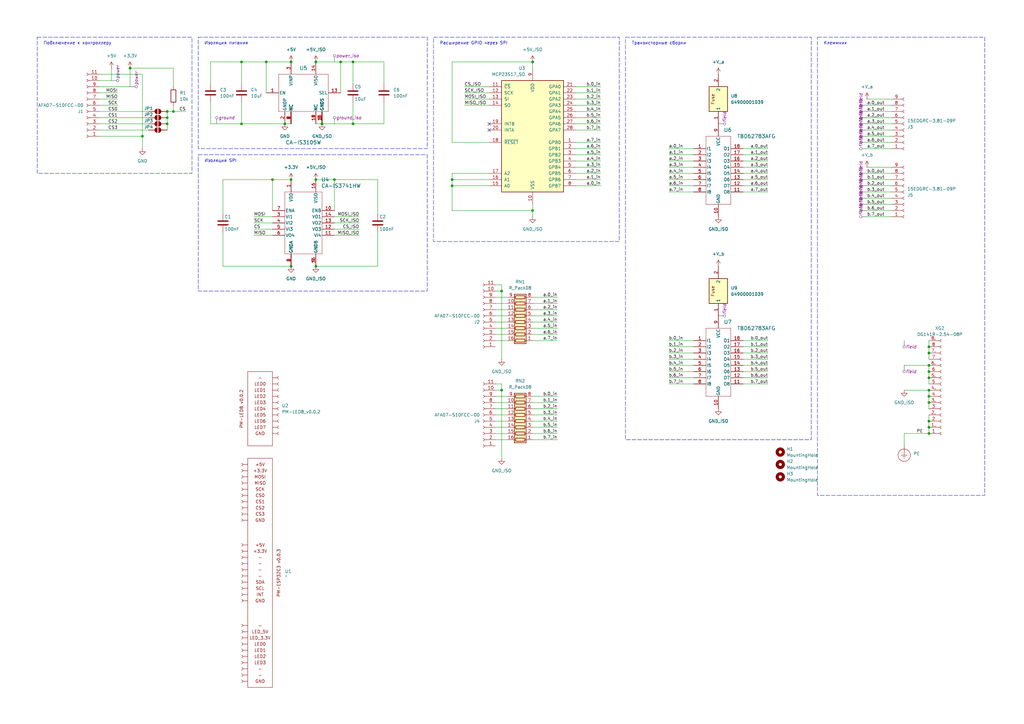
<source format=kicad_sch>
(kicad_sch (version 20231120) (generator "eeschema") (generator_version "8.0")
  (paper "A3")
  (title_block (title "${article} v${version}"))
  (junction (at 137.16 73.66))
  (junction (at 381 149.86))
  (junction (at 218.44 86.36))
  (junction (at 381 154.94))
  (junction (at 381 152.4))
  (junction (at 381 162.56))
  (junction (at 218.44 25.4))
  (junction (at 111.76 73.66))
  (junction (at 381 142.24))
  (junction (at 71.12 45.72))
  (junction (at 119.38 25.4))
  (junction (at 185.42 76.2))
  (junction (at 144.78 50.8))
  (junction (at 205.74 160.02))
  (junction (at 68.58 48.26))
  (junction (at 53.34 27.94))
  (junction (at 205.74 119.38))
  (junction (at 139.7 25.4))
  (junction (at 116.84 50.8))
  (junction (at 144.78 25.4))
  (junction (at 129.54 25.4))
  (junction (at 119.38 73.66))
  (junction (at 119.38 109.22))
  (junction (at 381 172.72))
  (junction (at 109.22 25.4))
  (junction (at 58.42 55.88))
  (junction (at 185.42 73.66))
  (junction (at 381 177.8))
  (junction (at 381 160.02))
  (junction (at 99.06 25.4))
  (junction (at 381 175.26))
  (junction (at 129.54 73.66))
  (junction (at 99.06 50.8))
  (junction (at 381 165.1))
  (junction (at 68.58 45.72))
  (junction (at 132.08 50.8))
  (junction (at 381 144.78))
  (junction (at 68.58 50.8))
  (junction (at 129.54 109.22))
  (no_connect (at 200.66 50.8))
  (no_connect (at 200.66 53.34))
  (wire (pts (xy 203.2 119.38) (xy 205.74 119.38)))
  (wire (pts (xy 381 152.4) (xy 381 154.94)))
  (wire (pts (xy 246.38 35.56) (xy 236.22 35.56)))
  (wire (pts (xy 246.38 38.1) (xy 236.22 38.1)))
  (wire (pts (xy 228.6 172.72) (xy 218.44 172.72)))
  (wire (pts (xy 86.36 34.29) (xy 86.36 25.4)))
  (wire (pts (xy 314.96 152.4) (xy 304.8 152.4)))
  (wire (pts (xy 355.6 83.82) (xy 365.76 83.82)))
  (wire (pts (xy 314.96 78.74) (xy 304.8 78.74)))
  (wire (pts (xy 208.28 167.64) (xy 203.2 167.64)))
  (wire (pts (xy 104.14 93.98) (xy 111.76 93.98)))
  (wire (pts (xy 40.64 38.1) (xy 48.26 38.1)))
  (wire (pts (xy 208.28 177.8) (xy 203.2 177.8)))
  (wire (pts (xy 381 149.86) (xy 381 152.4)))
  (wire (pts (xy 246.38 45.72) (xy 236.22 45.72)))
  (wire (pts (xy 137.16 96.52) (xy 147.32 96.52)))
  (wire (pts (xy 370.84 149.86) (xy 381 149.86)))
  (wire (pts (xy 208.28 180.34) (xy 203.2 180.34)))
  (wire (pts (xy 381 175.26) (xy 381 177.8)))
  (wire (pts (xy 185.42 25.4) (xy 218.44 25.4)))
  (wire (pts (xy 218.44 88.9) (xy 218.44 86.36)))
  (wire (pts (xy 246.38 66.04) (xy 236.22 66.04)))
  (wire (pts (xy 71.12 35.56) (xy 71.12 27.94)))
  (wire (pts (xy 228.6 127) (xy 218.44 127)))
  (wire (pts (xy 91.44 109.22) (xy 119.38 109.22)))
  (wire (pts (xy 104.14 91.44) (xy 111.76 91.44)))
  (wire (pts (xy 111.76 73.66) (xy 111.76 86.36)))
  (wire (pts (xy 104.14 96.52) (xy 111.76 96.52)))
  (wire (pts (xy 137.16 91.44) (xy 147.32 91.44)))
  (wire (pts (xy 99.06 34.29) (xy 99.06 25.4)))
  (wire (pts (xy 246.38 71.12) (xy 236.22 71.12)))
  (wire (pts (xy 381 162.56) (xy 381 165.1)))
  (wire (pts (xy 71.12 43.18) (xy 71.12 45.72)))
  (wire (pts (xy 119.38 73.66) (xy 111.76 73.66)))
  (wire (pts (xy 40.64 55.88) (xy 58.42 55.88)))
  (wire (pts (xy 274.32 152.4) (xy 284.48 152.4)))
  (wire (pts (xy 381 139.7) (xy 381 142.24)))
  (wire (pts (xy 71.12 45.72) (xy 76.2 45.72)))
  (wire (pts (xy 104.14 88.9) (xy 111.76 88.9)))
  (wire (pts (xy 228.6 129.54) (xy 218.44 129.54)))
  (wire (pts (xy 208.28 165.1) (xy 203.2 165.1)))
  (wire (pts (xy 355.6 76.2) (xy 365.76 76.2)))
  (wire (pts (xy 274.32 139.7) (xy 284.48 139.7)))
  (wire (pts (xy 246.38 50.8) (xy 236.22 50.8)))
  (wire (pts (xy 185.42 73.66) (xy 185.42 76.2)))
  (wire (pts (xy 157.48 50.8) (xy 144.78 50.8)))
  (wire (pts (xy 68.58 48.26) (xy 68.58 50.8)))
  (wire (pts (xy 40.64 53.34) (xy 60.96 53.34)))
  (wire (pts (xy 228.6 180.34) (xy 218.44 180.34)))
  (wire (pts (xy 205.74 116.84) (xy 203.2 116.84)))
  (wire (pts (xy 208.28 170.18) (xy 203.2 170.18)))
  (wire (pts (xy 40.64 45.72) (xy 60.96 45.72)))
  (wire (pts (xy 274.32 78.74) (xy 284.48 78.74)))
  (wire (pts (xy 208.28 175.26) (xy 203.2 175.26)))
  (wire (pts (xy 228.6 165.1) (xy 218.44 165.1)))
  (wire (pts (xy 99.06 41.91) (xy 99.06 50.8)))
  (wire (pts (xy 314.96 63.5) (xy 304.8 63.5)))
  (wire (pts (xy 109.22 25.4) (xy 119.38 25.4)))
  (wire (pts (xy 246.38 58.42) (xy 236.22 58.42)))
  (wire (pts (xy 314.96 157.48) (xy 304.8 157.48)))
  (wire (pts (xy 200.66 43.18) (xy 190.5 43.18)))
  (wire (pts (xy 139.7 38.1) (xy 139.7 25.4)))
  (wire (pts (xy 314.96 142.24) (xy 304.8 142.24)))
  (wire (pts (xy 86.36 50.8) (xy 99.06 50.8)))
  (wire (pts (xy 274.32 154.94) (xy 284.48 154.94)))
  (wire (pts (xy 200.66 58.42) (xy 185.42 58.42)))
  (wire (pts (xy 228.6 134.62) (xy 218.44 134.62)))
  (wire (pts (xy 246.38 53.34) (xy 236.22 53.34)))
  (wire (pts (xy 355.6 81.28) (xy 365.76 81.28)))
  (wire (pts (xy 91.44 95.25) (xy 91.44 109.22)))
  (wire (pts (xy 68.58 45.72) (xy 71.12 45.72)))
  (wire (pts (xy 314.96 154.94) (xy 304.8 154.94)))
  (wire (pts (xy 228.6 139.7) (xy 218.44 139.7)))
  (wire (pts (xy 116.84 50.8) (xy 119.38 50.8)))
  (wire (pts (xy 355.6 58.42) (xy 365.76 58.42)))
  (wire (pts (xy 205.74 116.84) (xy 205.74 119.38)))
  (wire (pts (xy 218.44 83.82) (xy 218.44 86.36)))
  (wire (pts (xy 144.78 25.4) (xy 139.7 25.4)))
  (wire (pts (xy 314.96 76.2) (xy 304.8 76.2)))
  (wire (pts (xy 355.6 55.88) (xy 365.76 55.88)))
  (wire (pts (xy 91.44 73.66) (xy 111.76 73.66)))
  (wire (pts (xy 246.38 40.64) (xy 236.22 40.64)))
  (wire (pts (xy 381 142.24) (xy 381 144.78)))
  (wire (pts (xy 314.96 139.7) (xy 304.8 139.7)))
  (wire (pts (xy 274.32 66.04) (xy 284.48 66.04)))
  (wire (pts (xy 381 144.78) (xy 381 147.32)))
  (wire (pts (xy 137.16 88.9) (xy 147.32 88.9)))
  (wire (pts (xy 246.38 43.18) (xy 236.22 43.18)))
  (wire (pts (xy 68.58 45.72) (xy 68.58 48.26)))
  (wire (pts (xy 68.58 50.8) (xy 68.58 53.34)))
  (wire (pts (xy 381 177.8) (xy 370.84 177.8)))
  (wire (pts (xy 185.42 73.66) (xy 200.66 73.66)))
  (wire (pts (xy 274.32 63.5) (xy 284.48 63.5)))
  (wire (pts (xy 314.96 73.66) (xy 304.8 73.66)))
  (wire (pts (xy 154.94 109.22) (xy 129.54 109.22)))
  (wire (pts (xy 355.6 68.58) (xy 365.76 68.58)))
  (wire (pts (xy 274.32 68.58) (xy 284.48 68.58)))
  (wire (pts (xy 185.42 76.2) (xy 185.42 86.36)))
  (wire (pts (xy 53.34 27.94) (xy 53.34 35.56)))
  (wire (pts (xy 355.6 71.12) (xy 365.76 71.12)))
  (wire (pts (xy 246.38 63.5) (xy 236.22 63.5)))
  (wire (pts (xy 314.96 144.78) (xy 304.8 144.78)))
  (wire (pts (xy 355.6 45.72) (xy 365.76 45.72)))
  (wire (pts (xy 71.12 27.94) (xy 53.34 27.94)))
  (wire (pts (xy 203.2 157.48) (xy 205.74 157.48)))
  (wire (pts (xy 40.64 30.48) (xy 58.42 30.48)))
  (wire (pts (xy 40.64 50.8) (xy 60.96 50.8)))
  (wire (pts (xy 109.22 38.1) (xy 109.22 25.4)))
  (wire (pts (xy 185.42 71.12) (xy 185.42 73.66)))
  (wire (pts (xy 200.66 71.12) (xy 185.42 71.12)))
  (wire (pts (xy 228.6 162.56) (xy 218.44 162.56)))
  (wire (pts (xy 99.06 25.4) (xy 109.22 25.4)))
  (wire (pts (xy 355.6 73.66) (xy 365.76 73.66)))
  (wire (pts (xy 246.38 76.2) (xy 236.22 76.2)))
  (wire (pts (xy 314.96 149.86) (xy 304.8 149.86)))
  (wire (pts (xy 381 154.94) (xy 381 157.48)))
  (wire (pts (xy 40.64 48.26) (xy 60.96 48.26)))
  (wire (pts (xy 154.94 95.25) (xy 154.94 109.22)))
  (wire (pts (xy 228.6 177.8) (xy 218.44 177.8)))
  (wire (pts (xy 200.66 35.56) (xy 190.5 35.56)))
  (wire (pts (xy 208.28 137.16) (xy 203.2 137.16)))
  (wire (pts (xy 157.48 41.91) (xy 157.48 50.8)))
  (wire (pts (xy 137.16 73.66) (xy 129.54 73.66)))
  (wire (pts (xy 314.96 60.96) (xy 304.8 60.96)))
  (wire (pts (xy 228.6 124.46) (xy 218.44 124.46)))
  (wire (pts (xy 58.42 55.88) (xy 58.42 60.96)))
  (wire (pts (xy 228.6 175.26) (xy 218.44 175.26)))
  (wire (pts (xy 208.28 129.54) (xy 203.2 129.54)))
  (wire (pts (xy 208.28 139.7) (xy 203.2 139.7)))
  (wire (pts (xy 208.28 134.62) (xy 203.2 134.62)))
  (wire (pts (xy 40.64 33.02) (xy 45.72 33.02)))
  (wire (pts (xy 144.78 34.29) (xy 144.78 25.4)))
  (wire (pts (xy 314.96 66.04) (xy 304.8 66.04)))
  (wire (pts (xy 137.16 86.36) (xy 137.16 73.66)))
  (wire (pts (xy 185.42 58.42) (xy 185.42 25.4)))
  (wire (pts (xy 205.74 119.38) (xy 205.74 147.32)))
  (wire (pts (xy 274.32 142.24) (xy 284.48 142.24)))
  (wire (pts (xy 208.28 127) (xy 203.2 127)))
  (wire (pts (xy 144.78 41.91) (xy 144.78 50.8)))
  (wire (pts (xy 246.38 60.96) (xy 236.22 60.96)))
  (wire (pts (xy 208.28 172.72) (xy 203.2 172.72)))
  (wire (pts (xy 274.32 60.96) (xy 284.48 60.96)))
  (wire (pts (xy 86.36 25.4) (xy 99.06 25.4)))
  (wire (pts (xy 228.6 170.18) (xy 218.44 170.18)))
  (wire (pts (xy 274.32 144.78) (xy 284.48 144.78)))
  (wire (pts (xy 314.96 71.12) (xy 304.8 71.12)))
  (wire (pts (xy 355.6 43.18) (xy 365.76 43.18)))
  (wire (pts (xy 314.96 68.58) (xy 304.8 68.58)))
  (wire (pts (xy 381 160.02) (xy 381 162.56)))
  (wire (pts (xy 208.28 132.08) (xy 203.2 132.08)))
  (wire (pts (xy 246.38 48.26) (xy 236.22 48.26)))
  (wire (pts (xy 144.78 50.8) (xy 132.08 50.8)))
  (wire (pts (xy 203.2 160.02) (xy 205.74 160.02)))
  (wire (pts (xy 274.32 73.66) (xy 284.48 73.66)))
  (wire (pts (xy 99.06 50.8) (xy 116.84 50.8)))
  (wire (pts (xy 274.32 149.86) (xy 284.48 149.86)))
  (wire (pts (xy 274.32 76.2) (xy 284.48 76.2)))
  (wire (pts (xy 355.6 88.9) (xy 365.76 88.9)))
  (wire (pts (xy 154.94 87.63) (xy 154.94 73.66)))
  (wire (pts (xy 274.32 147.32) (xy 284.48 147.32)))
  (wire (pts (xy 228.6 167.64) (xy 218.44 167.64)))
  (wire (pts (xy 274.32 157.48) (xy 284.48 157.48)))
  (wire (pts (xy 185.42 76.2) (xy 200.66 76.2)))
  (wire (pts (xy 228.6 132.08) (xy 218.44 132.08)))
  (wire (pts (xy 355.6 53.34) (xy 365.76 53.34)))
  (wire (pts (xy 45.72 27.94) (xy 45.72 33.02)))
  (wire (pts (xy 355.6 86.36) (xy 365.76 86.36)))
  (wire (pts (xy 91.44 87.63) (xy 91.44 73.66)))
  (wire (pts (xy 355.6 50.8) (xy 365.76 50.8)))
  (wire (pts (xy 40.64 40.64) (xy 48.26 40.64)))
  (wire (pts (xy 208.28 124.46) (xy 203.2 124.46)))
  (wire (pts (xy 228.6 121.92) (xy 218.44 121.92)))
  (wire (pts (xy 200.66 38.1) (xy 190.5 38.1)))
  (wire (pts (xy 205.74 157.48) (xy 205.74 160.02)))
  (wire (pts (xy 274.32 71.12) (xy 284.48 71.12)))
  (wire (pts (xy 208.28 121.92) (xy 203.2 121.92)))
  (wire (pts (xy 139.7 25.4) (xy 129.54 25.4)))
  (wire (pts (xy 218.44 25.4) (xy 218.44 27.94)))
  (wire (pts (xy 381 170.18) (xy 381 172.72)))
  (wire (pts (xy 154.94 73.66) (xy 137.16 73.66)))
  (wire (pts (xy 218.44 86.36) (xy 185.42 86.36)))
  (wire (pts (xy 86.36 41.91) (xy 86.36 50.8)))
  (wire (pts (xy 355.6 78.74) (xy 365.76 78.74)))
  (wire (pts (xy 205.74 160.02) (xy 205.74 187.96)))
  (wire (pts (xy 228.6 137.16) (xy 218.44 137.16)))
  (wire (pts (xy 314.96 147.32) (xy 304.8 147.32)))
  (wire (pts (xy 355.6 60.96) (xy 365.76 60.96)))
  (wire (pts (xy 381 165.1) (xy 381 167.64)))
  (wire (pts (xy 208.28 162.56) (xy 203.2 162.56)))
  (wire (pts (xy 381 172.72) (xy 381 175.26)))
  (wire (pts (xy 246.38 73.66) (xy 236.22 73.66)))
  (wire (pts (xy 370.84 160.02) (xy 381 160.02)))
  (wire (pts (xy 129.54 50.8) (xy 132.08 50.8)))
  (wire (pts (xy 355.6 40.64) (xy 365.76 40.64)))
  (wire (pts (xy 137.16 93.98) (xy 147.32 93.98)))
  (wire (pts (xy 157.48 34.29) (xy 157.48 25.4)))
  (wire (pts (xy 246.38 68.58) (xy 236.22 68.58)))
  (wire (pts (xy 355.6 48.26) (xy 365.76 48.26)))
  (wire (pts (xy 40.64 35.56) (xy 53.34 35.56)))
  (wire (pts (xy 157.48 25.4) (xy 144.78 25.4)))
  (wire (pts (xy 200.66 40.64) (xy 190.5 40.64)))
  (wire (pts (xy 40.64 43.18) (xy 48.26 43.18)))
  (wire (pts (xy 58.42 30.48) (xy 58.42 55.88)))
  (wire (pts (xy 370.84 177.8) (xy 370.84 182.88)))
  (rectangle (start 335.28 15.24) (end 403.86 203.2) (stroke (width 0) (type dash)))
  (rectangle (start 256.54 15.24) (end 332.74 180.34) (stroke (width 0) (type dash)))
  (rectangle (start 81.28 15.24) (end 175.26 60.96) (stroke (width 0) (type dash)))
  (rectangle (start 177.8 15.24) (end 254 99.06) (stroke (width 0) (type dash)))
  (rectangle (start 15.24 15.24) (end 78.74 71.12) (stroke (width 0) (type dash)))
  (rectangle (start 81.28 63.5) (end 175.26 119.38) (stroke (width 0) (type dash)))
  (text "Изоляция SPI" (at 83.82 66.04 0) (effects (font (size 1.27 1.27)) (justify left)))
  (text "Расширение GPIO через SPI" (at 180.34 17.78 0) (effects (font (size 1.27 1.27)) (justify left)))
  (text "Подключение к контроллеру" (at 17.78 17.78 0) (effects (font (size 1.27 1.27)) (justify left)))
  (text "Транзисторные сборки" (at 259.08 17.78 0) (effects (font (size 1.27 1.27)) (justify left)))
  (text "Клеммник" (at 337.82 17.78 0) (effects (font (size 1.27 1.27)) (justify left)))
  (text "Изоляция питания" (at 83.82 17.78 0) (effects (font (size 1.27 1.27)) (justify left)))
  (label "b.6_out" (at 355.6 86.36 0))
  (label "a.0_out" (at 314.96 60.96 180))
  (label "b.6_out" (at 314.96 154.94 180))
  (label "b.4_out" (at 355.6 81.28 0))
  (label "a.5_out" (at 314.96 73.66 180))
  (label "MOSI_ISO" (at 147.32 88.9 180))
  (label "a.7_out" (at 314.96 78.74 180))
  (label "b.0_in" (at 274.32 139.7 0))
  (label "MISO_ISO" (at 147.32 96.52 180))
  (label "a.1_in" (at 228.6 124.46 180))
  (label "b.4_in" (at 274.32 149.86 0))
  (label "b.1_in" (at 274.32 142.24 0))
  (label "a.4_in" (at 246.38 66.04 180))
  (label "MOSI" (at 48.26 38.1 180))
  (label "CS" (at 76.2 45.72 180))
  (label "b.6_in" (at 246.38 50.8 180))
  (label "a.4_in" (at 274.32 71.12 0))
  (label "b.3_out" (at 314.96 147.32 180))
  (label "a.7_in" (at 274.32 78.74 0))
  (label "a.2_out" (at 355.6 48.26 0))
  (label "a.6_out" (at 355.6 58.42 0))
  (label "a.7_in" (at 246.38 58.42 180))
  (label "a.4_out" (at 314.96 71.12 180))
  (label "b.6_in" (at 228.6 177.8 180))
  (label "b.3_in" (at 228.6 170.18 180))
  (label "b.7_out" (at 314.96 157.48 180))
  (label "a.3_in" (at 274.32 68.58 0))
  (label "MOSI" (at 104.14 88.9 0))
  (label "b.0_out" (at 355.6 71.12 0))
  (label "a.5_out" (at 355.6 55.88 0))
  (label "b.4_in" (at 246.38 45.72 180))
  (label "a.0_in" (at 246.38 76.2 180))
  (label "b.4_out" (at 314.96 149.86 180))
  (label "PE" (at 375.92 177.8 0))
  (label "CS3" (at 48.26 53.34 180))
  (label "b.4_in" (at 228.6 172.72 180))
  (label "b.3_in" (at 246.38 43.18 180))
  (label "a.2_in" (at 246.38 71.12 180))
  (label "b.2_out" (at 355.6 76.2 0))
  (label "SCK_ISO" (at 147.32 91.44 180))
  (label "MISO" (at 48.26 40.64 180))
  (label "CS2" (at 48.26 50.8 180))
  (label "b.0_in" (at 246.38 35.56 180))
  (label "a.0_out" (at 355.6 43.18 0))
  (label "b.1_in" (at 246.38 38.1 180))
  (label "a.6_in" (at 274.32 76.2 0))
  (label "a.2_in" (at 228.6 127 180))
  (label "a.3_in" (at 228.6 129.54 180))
  (label "a.1_in" (at 274.32 63.5 0))
  (label "a.6_in" (at 228.6 137.16 180))
  (label "a.2_out" (at 314.96 66.04 180))
  (label "CS" (at 104.14 93.98 0))
  (label "a.5_in" (at 274.32 73.66 0))
  (label "b.0_in" (at 228.6 162.56 180))
  (label "a.3_out" (at 314.96 68.58 180))
  (label "a.5_in" (at 228.6 134.62 180))
  (label "CS0" (at 48.26 45.72 180))
  (label "a.0_in" (at 274.32 60.96 0))
  (label "MOSI_ISO" (at 190.5 40.64 0))
  (label "b.5_out" (at 314.96 152.4 180))
  (label "b.7_in" (at 274.32 157.48 0))
  (label "b.1_out" (at 355.6 73.66 0))
  (label "b.5_in" (at 274.32 152.4 0))
  (label "b.5_in" (at 228.6 175.26 180))
  (label "b.1_in" (at 228.6 165.1 180))
  (label "a.1_out" (at 314.96 63.5 180))
  (label "a.1_in" (at 246.38 73.66 180))
  (label "b.7_out" (at 355.6 88.9 0))
  (label "a.7_out" (at 355.6 60.96 0))
  (label "a.6_out" (at 314.96 76.2 180))
  (label "MISO" (at 104.14 96.52 0))
  (label "a.3_in" (at 246.38 68.58 180))
  (label "a.1_out" (at 355.6 45.72 0))
  (label "b.1_out" (at 314.96 142.24 180))
  (label "CS1" (at 48.26 48.26 180))
  (label "b.3_in" (at 274.32 147.32 0))
  (label "b.5_in" (at 246.38 48.26 180))
  (label "b.7_in" (at 246.38 53.34 180))
  (label "CS_ISO" (at 190.5 35.56 0))
  (label "b.6_in" (at 274.32 154.94 0))
  (label "b.2_in" (at 228.6 167.64 180))
  (label "b.2_out" (at 314.96 144.78 180))
  (label "SCK" (at 104.14 91.44 0))
  (label "CS_ISO" (at 147.32 93.98 180))
  (label "a.2_in" (at 274.32 66.04 0))
  (label "a.7_in" (at 228.6 139.7 180))
  (label "a.0_in" (at 228.6 121.92 180))
  (label "a.3_out" (at 355.6 50.8 0))
  (label "b.0_out" (at 314.96 139.7 180))
  (label "a.4_in" (at 228.6 132.08 180))
  (label "SCK_ISO" (at 190.5 38.1 0))
  (label "SCK" (at 48.26 43.18 180))
  (label "b.5_out" (at 355.6 83.82 0))
  (label "a.5_in" (at 246.38 63.5 180))
  (label "b.2_in" (at 274.32 144.78 0))
  (label "b.2_in" (at 246.38 40.64 180))
  (label "a.6_in" (at 246.38 60.96 180))
  (label "b.7_in" (at 228.6 180.34 180))
  (label "a.4_out" (at 355.6 53.34 0))
  (label "MISO_ISO" (at 190.5 43.18 0))
  (label "b.3_out" (at 355.6 78.74 0))
  (netclass_flag "" (length 2.54) (shape round) (at 137.16 25.4 0) (property "Netclass" "power_iso" (at 137.8585 22.86 0) (effects (font (italic yes)) (justify left))))
  (netclass_flag "" (length 2.54) (shape round) (at 355.6 45.72 90) (property "Netclass" "field" (at 353.06 45.0215 90) (effects (font (italic yes)) (justify left))))
  (netclass_flag "" (length 2.54) (shape round) (at 294.64 50.8 270) (property "Netclass" "field" (at 297.18 50.1015 90) (effects (font (italic yes)) (justify left))))
  (netclass_flag "" (length 2.54) (shape round) (at 355.6 43.18 90) (property "Netclass" "field" (at 353.06 42.4815 90) (effects (font (italic yes)) (justify left))))
  (netclass_flag "" (length 2.54) (shape round) (at 355.6 88.9 90) (property "Netclass" "field" (at 353.06 88.2015 90) (effects (font (italic yes)) (justify left))))
  (netclass_flag "" (length 2.54) (shape round) (at 137.16 50.8 0) (property "Netclass" "ground_iso" (at 137.8585 48.26 0) (effects (font (italic yes)) (justify left))))
  (netclass_flag "" (length 2.54) (shape round) (at 355.6 71.12 90) (property "Netclass" "field" (at 353.06 70.4215 90) (effects (font (italic yes)) (justify left))))
  (netclass_flag "" (length 2.54) (shape round) (at 355.6 60.96 90) (property "Netclass" "field" (at 353.06 60.2615 90) (effects (font (italic yes)) (justify left))))
  (netclass_flag "" (length 2.54) (shape round) (at 355.6 81.28 90) (property "Netclass" "field" (at 353.06 80.5815 90) (effects (font (italic yes)) (justify left))))
  (netclass_flag "" (length 2.54) (shape round) (at 53.34 35.56 270) (property "Netclass" "power" (at 55.88 34.8615 90) (effects (font (italic yes)) (justify left))))
  (netclass_flag "" (length 2.54) (shape round) (at 355.6 48.26 90) (property "Netclass" "field" (at 353.06 47.5615 90) (effects (font (italic yes)) (justify left))))
  (netclass_flag "" (length 2.54) (shape round) (at 355.6 78.74 90) (property "Netclass" "field" (at 353.06 78.0415 90) (effects (font (italic yes)) (justify left))))
  (netclass_flag "" (length 2.54) (shape round) (at 88.9 50.8 0) (property "Netclass" "ground" (at 89.5985 48.26 0) (effects (font (italic yes)) (justify left))))
  (netclass_flag "" (length 2.54) (shape round) (at 45.72 33.02 270) (property "Netclass" "power" (at 48.26 32.3215 90) (effects (font (italic yes)) (justify left))))
  (netclass_flag "" (length 2.54) (shape round) (at 370.84 149.86 180) (property "Netclass" "field" (at 371.5385 152.4 0) (effects (font (italic yes)) (justify left))))
  (netclass_flag "" (length 2.54) (shape round) (at 355.6 86.36 90) (property "Netclass" "field" (at 353.06 85.6615 90) (effects (font (italic yes)) (justify left))))
  (netclass_flag "" (length 2.54) (shape round) (at 355.6 83.82 90) (property "Netclass" "field" (at 353.06 83.1215 90) (effects (font (italic yes)) (justify left))))
  (netclass_flag "" (length 2.54) (shape round) (at 355.6 73.66 90) (property "Netclass" "field" (at 353.06 72.9615 90) (effects (font (italic yes)) (justify left))))
  (netclass_flag "" (length 2.54) (shape round) (at 355.6 76.2 90) (property "Netclass" "field" (at 353.06 75.5015 90) (effects (font (italic yes)) (justify left))))
  (netclass_flag "" (length 2.54) (shape round) (at 294.64 129.54 270) (property "Netclass" "field" (at 297.18 128.8415 90) (effects (font (italic yes)) (justify left))))
  (netclass_flag "" (length 2.54) (shape round) (at 355.6 53.34 90) (property "Netclass" "field" (at 353.06 52.6415 90) (effects (font (italic yes)) (justify left))))
  (netclass_flag "" (length 2.54) (shape round) (at 355.6 58.42 90) (property "Netclass" "field" (at 353.06 57.7215 90) (effects (font (italic yes)) (justify left))))
  (netclass_flag "" (length 2.54) (shape round) (at 355.6 50.8 90) (property "Netclass" "field" (at 353.06 50.1015 90) (effects (font (italic yes)) (justify left))))
  (netclass_flag "" (length 2.54) (shape round) (at 370.84 139.7 180) (property "Netclass" "field" (at 371.5385 142.24 0) (effects (font (italic yes)) (justify left))))
  (netclass_flag "" (length 2.54) (shape round) (at 355.6 55.88 90) (property "Netclass" "field" (at 353.06 55.1815 90) (effects (font (italic yes)) (justify left))))
  (symbol (lib_id "power:GND") (at 205.74 187.96 0) (mirror y) (unit 1)
    (property "Reference" "#PWR020" (effects (hide yes)))
    (property "Value" "GND_ISO" (at 205.74 193.04 0))
    (property "Description" "Power symbol creates a global label with name \"GND\" , ground" (effects (hide yes)))
  )
  (symbol (lib_id "power:+3.3V") (at 119.38 73.66 0) (unit 1)
    (property "Reference" "#PWR09" (effects (hide yes)))
    (property "Value" "+3.3V" (at 119.38 68.58 0))
    (property "Description" "Power symbol creates a global label with name \"+3.3V\"" (effects (hide yes)))
  )
  (symbol (lib_id "Jumper:SolderJumper_2_Open") (at 64.77 45.72 0) (unit 1) (exclude_from_sim yes) (in_bom no)
    (property "Reference" "JP1" (at 60.96 44.45 0))
    (property "Value" "SolderJumper_2_Open" (effects (hide yes)))
    (property "Footprint" "Jumper:SolderJumper-2_P1.3mm_Open_RoundedPad1.0x1.5mm" (effects (hide yes)))
    (property "Description" "Solder Jumper, 2-pole, open" (effects (hide yes)))
  )
  (symbol (lib_id "kicad_inventree_lib:C_100nF_16V_0603_MLCC-X7R") (at 91.44 91.44 0) (unit 1)
    (property "Reference" "C1" (at 92.075 88.9 0) (effects (justify left)))
    (property "Value" "100nF" (at 92.075 93.98 0) (effects (justify left)))
    (property "Footprint" "Capacitor_SMD:C_0603_1608Metric" (effects (hide yes)))
    (property "Datasheet" "http://inventree.network/part/221" (effects (hide yes)))
    (property "Description" "Unpolarized capacitor" (effects (hide yes)))
    (property "part_ipn" "C_100nF_16V_0603_MLCC-X7R" (effects (hide yes)))
  )
  (symbol (lib_id "power:GND") (at 370.84 160.02 0) (mirror y) (unit 1)
    (property "Reference" "#PWR022" (effects (hide yes)))
    (property "Value" "GND_ISO" (at 370.84 165.1 0))
    (property "Description" "Power symbol creates a global label with name \"GND\" , ground" (effects (hide yes)))
  )
  (symbol (lib_id "Device:R_Pack08") (at 213.36 170.18 90) (unit 1)
    (property "Reference" "RN2" (at 213.36 156.21 90))
    (property "Value" "R_Pack08" (at 213.36 158.75 90))
    (property "Footprint" "Resistor_SMD:R_Array_Convex_8x0602" (effects (hide yes)))
    (property "Description" "8 resistor network, parallel topology" (effects (hide yes)))
  )
  (symbol (lib_id "Jumper:SolderJumper_2_Open") (at 64.77 48.26 0) (unit 1) (exclude_from_sim yes) (in_bom no)
    (property "Reference" "JP2" (at 60.96 46.99 0))
    (property "Value" "SolderJumper_2_Open" (effects (hide yes)))
    (property "Footprint" "Jumper:SolderJumper-2_P1.3mm_Open_RoundedPad1.0x1.5mm" (effects (hide yes)))
    (property "Description" "Solder Jumper, 2-pole, open" (effects (hide yes)))
  )
  (symbol (lib_id "kicad_inventree_lib:C_10uF_16V_0603_MLCC-X5R") (at 144.78 38.1 0) (unit 1)
    (property "Reference" "C5" (at 145.415 35.56 0) (effects (justify left)))
    (property "Value" "10uF" (at 145.415 40.64 0) (effects (justify left)))
    (property "Footprint" "Capacitor_SMD:C_0603_1608Metric" (effects (hide yes)))
    (property "Datasheet" "http://inventree.network/part/228/" (effects (hide yes)))
    (property "Description" "Unpolarized capacitor" (effects (hide yes)))
    (property "part_ipn" "C_10uF_16V_0603_MLCC-X5R" (effects (hide yes)))
    (property "optional" "1" (effects (hide yes)))
  )
  (symbol (lib_id "Mechanical:MountingHole") (at 320.04 185.42 0) (unit 1) (exclude_from_sim yes) (in_bom no)
    (property "Reference" "H1" (at 322.58 184.1499 0) (effects (justify left)))
    (property "Value" "MountingHole" (at 322.58 186.6899 0) (effects (justify left)))
    (property "Footprint" "MountingHole:MountingHole_3.2mm_M3" (effects (hide yes)))
    (property "Description" "Mounting Hole without connection" (effects (hide yes)))
  )
  (symbol (lib_id "Mechanical:MountingHole") (at 320.04 195.58 0) (unit 1) (exclude_from_sim yes) (in_bom no)
    (property "Reference" "H3" (at 322.58 194.3099 0) (effects (justify left)))
    (property "Value" "MountingHole" (at 322.58 196.8499 0) (effects (justify left)))
    (property "Footprint" "MountingHole:MountingHole_3.2mm_M3" (effects (hide yes)))
    (property "Description" "Mounting Hole without connection" (effects (hide yes)))
  )
  (symbol (lib_id "power:+3.3V") (at 53.34 27.94 0) (unit 1)
    (property "Reference" "#PWR02" (effects (hide yes)))
    (property "Value" "+3.3V" (at 53.34 22.86 0))
    (property "Description" "Power symbol creates a global label with name \"+3.3V\"" (effects (hide yes)))
  )
  (symbol (lib_id "kicad_inventree_lib:PM-ESP32C3_v0.0.3") (at 106.68 185.42 0) (unit 1)
    (property "Reference" "U1" (at 116.84 234.3149 0) (effects (justify left)))
    (property "Value" "~" (at 116.84 236.22 0) (effects (justify left)))
    (property "Footprint" "kicad_inventree_lib:PM-ESP32C3_v0.0.3" (effects (hide yes)))
    (property "part_ipn" "PM-ESP32C3_v0.0.3" (effects (hide yes)))
  )
  (symbol (lib_id "kicad_inventree_lib:CA-IS3741HW") (at 124.46 78.74 0) (unit 1)
    (property "Reference" "U4" (at 131.7341 73.66 0) (effects (font (size 1.524 1.524)) (justify left)))
    (property "Value" "CA-IS3741HW" (at 131.7341 76.2 0) (effects (font (size 1.524 1.524)) (justify left)))
    (property "Footprint" "kicad_inventree_lib:SOIC16-WBW_CLG-M" (effects (hide yes)))
    (property "Datasheet" "http://inventree.network/part/203/" (effects (hide yes)))
    (property "part_ipn" "CA-IS3741HW" (effects (hide yes)))
  )
  (symbol (lib_id "Jumper:SolderJumper_2_Open") (at 64.77 50.8 0) (unit 1) (exclude_from_sim yes) (in_bom no)
    (property "Reference" "JP3" (at 60.96 49.53 0))
    (property "Value" "SolderJumper_2_Open" (effects (hide yes)))
    (property "Footprint" "Jumper:SolderJumper-2_P1.3mm_Open_RoundedPad1.0x1.5mm" (effects (hide yes)))
    (property "Description" "Solder Jumper, 2-pole, open" (effects (hide yes)))
  )
  (symbol (lib_id "power:+5V") (at 45.72 27.94 0) (unit 1)
    (property "Reference" "#PWR01" (effects (hide yes)))
    (property "Value" "+5V" (at 45.72 22.86 0))
    (property "Description" "Power symbol creates a global label with name \"+5V\"" (effects (hide yes)))
  )
  (symbol (lib_id "Device:R_Pack08") (at 213.36 129.54 90) (unit 1)
    (property "Reference" "RN1" (at 213.36 115.57 90))
    (property "Value" "R_Pack08" (at 213.36 118.11 90))
    (property "Footprint" "Resistor_SMD:R_Array_Convex_8x0602" (effects (hide yes)))
    (property "Description" "8 resistor network, parallel topology" (effects (hide yes)))
  )
  (symbol (lib_id "power:GND") (at 218.44 88.9 0) (mirror y) (unit 1)
    (property "Reference" "#PWR05" (effects (hide yes)))
    (property "Value" "GND_ISO" (at 218.44 93.98 0))
    (property "Description" "Power symbol creates a global label with name \"GND\" , ground" (effects (hide yes)))
  )
  (symbol (lib_id "kicad_inventree_lib:DG141R-2.54-08P") (at 386.08 167.64 0) (mirror x) (unit 1)
    (property "Reference" "XG2" (at 385.445 134.62 0))
    (property "Value" "DG141R-2.54-08P" (at 385.445 137.16 0))
    (property "Footprint" "kicad_inventree_lib:DG141R-2.54-08P" (effects (hide yes)))
    (property "Description" "Generic connector, single row, 01x10, script generated" (effects (hide yes)))
    (property "part_ipn" "DG141R-2.54-08P" (effects (hide yes)))
  )
  (symbol (lib_id "kicad_inventree_lib:AFA07-S10FCC-00") (at 198.12 172.72 180) (unit 1)
    (property "Reference" "J4" (at 196.85 172.7201 0) (effects (justify left)))
    (property "Value" "AFA07-S10FCC-00" (at 196.85 170.1801 0) (effects (justify left)))
    (property "Footprint" "kicad_inventree_lib:CONN10_AFA07-S10_JUS" (effects (hide yes)))
    (property "Datasheet" "http://inventree.network/part/170/" (effects (hide yes)))
    (property "Description" "Generic connector, single row, 01x10, script generated" (effects (hide yes)))
    (property "part_ipn" "AFA07-S10FCC-00" (effects (hide yes)))
  )
  (symbol (lib_id "power:GND") (at 294.64 88.9 0) (mirror y) (unit 1)
    (property "Reference" "#PWR06" (effects (hide yes)))
    (property "Value" "GND_ISO" (at 294.64 93.98 0))
    (property "Description" "Power symbol creates a global label with name \"GND\" , ground" (effects (hide yes)))
  )
  (symbol (lib_id "kicad_inventree_lib:15EDGRC-3.81-09P") (at 370.84 78.74 0) (mirror x) (unit 1)
    (property "Reference" "J5" (at 372.11 80.0101 0) (effects (justify left)))
    (property "Value" "15EDGRC-3.81-09P" (at 372.11 77.4701 0) (effects (justify left)))
    (property "Footprint" "kicad_inventree_lib:15EDGRC-3.81-09P" (effects (hide yes)))
    (property "Datasheet" "http://inventree.network/part/230/" (effects (hide yes)))
    (property "Description" "Generic connector, single row, 01x09, script generated" (effects (hide yes)))
    (property "part_ipn" "15EDGRC-3.81-09P" (effects (hide yes)))
  )
  (symbol (lib_id "kicad_inventree_lib:CA-IS3105W") (at 124.46 30.48 0) (unit 1)
    (property "Reference" "U5" (at 124.46 27.94 0) (effects (font (size 1.524 1.524))))
    (property "Value" "CA-IS3105W" (at 124.46 58.42 0) (effects (font (size 1.524 1.524))))
    (property "Footprint" "kicad_inventree_lib:SOIC16-WBW_CLG-M" (effects (hide yes)))
    (property "Datasheet" "http://inventree.network/part/205/" (effects (hide yes)))
    (property "part_ipn" "CA-IS3105W" (effects (hide yes)))
  )
  (symbol (lib_id "power:GND") (at 116.84 50.8 0) (unit 1)
    (property "Reference" "#PWR011" (effects (hide yes)))
    (property "Value" "GND" (at 116.84 55.88 0))
    (property "Description" "Power symbol creates a global label with name \"GND\" , ground" (effects (hide yes)))
  )
  (symbol (lib_id "power:+5V") (at 129.54 73.66 0) (unit 1)
    (property "Reference" "#PWR010" (effects (hide yes)))
    (property "Value" "+5V_ISO" (at 129.54 68.58 0))
    (property "Description" "Power symbol creates a global label with name \"+5V\"" (effects (hide yes)))
  )
  (symbol (lib_id "power:+5V") (at 218.44 25.4 0) (mirror y) (unit 1)
    (property "Reference" "#PWR04" (effects (hide yes)))
    (property "Value" "+5V_ISO" (at 218.44 20.32 0))
    (property "Description" "Power symbol creates a global label with name \"+5V\"" (effects (hide yes)))
  )
  (symbol (lib_id "kicad_inventree_lib:PM-LED8_v0.0.2") (at 106.68 149.86 0) (unit 1)
    (property "Reference" "U2" (at 115.57 166.3699 0) (effects (justify left)))
    (property "Value" "PM-LED8_v0.0.2" (at 115.57 168.9099 0) (effects (justify left)))
    (property "Footprint" "kicad_inventree_lib:PM-LED_v0.0.2" (effects (hide yes)))
    (property "part_ipn" "PM-LED8_v0.0.1" (effects (hide yes)))
  )
  (symbol (lib_id "power:GND") (at 294.64 167.64 0) (mirror y) (unit 1)
    (property "Reference" "#PWR017" (effects (hide yes)))
    (property "Value" "GND_ISO" (at 294.64 172.72 0))
    (property "Description" "Power symbol creates a global label with name \"GND\" , ground" (effects (hide yes)))
  )
  (symbol (lib_id "kicad_inventree_lib:15EDGRC-3.81-09P") (at 370.84 50.8 0) (mirror x) (unit 1)
    (property "Reference" "J3" (at 372.11 52.0701 0) (effects (justify left)))
    (property "Value" "15EDGRC-3.81-09P" (at 372.11 49.5301 0) (effects (justify left)))
    (property "Footprint" "kicad_inventree_lib:15EDGRC-3.81-09P" (effects (hide yes)))
    (property "Datasheet" "http://inventree.network/part/230/" (effects (hide yes)))
    (property "Description" "Generic connector, single row, 01x09, script generated" (effects (hide yes)))
    (property "part_ipn" "15EDGRC-3.81-09P" (effects (hide yes)))
  )
  (symbol (lib_id "kicad_inventree_lib:AFA07-S10FCC-00") (at 198.12 132.08 180) (unit 1)
    (property "Reference" "J2" (at 196.85 132.0801 0) (effects (justify left)))
    (property "Value" "AFA07-S10FCC-00" (at 196.85 129.5401 0) (effects (justify left)))
    (property "Footprint" "kicad_inventree_lib:CONN10_AFA07-S10_JUS" (effects (hide yes)))
    (property "Datasheet" "http://inventree.network/part/170/" (effects (hide yes)))
    (property "Description" "Generic connector, single row, 01x10, script generated" (effects (hide yes)))
    (property "part_ipn" "AFA07-S10FCC-00" (effects (hide yes)))
  )
  (symbol (lib_id "kicad_inventree_lib:AFA07-S10FCC-00") (at 35.56 45.72 180) (unit 1)
    (property "Reference" "J1" (at 34.29 45.7201 0) (effects (justify left)))
    (property "Value" "AFA07-S10FCC-00" (at 34.29 43.1801 0) (effects (justify left)))
    (property "Footprint" "kicad_inventree_lib:CONN10_AFA07-S10_JUS" (effects (hide yes)))
    (property "Datasheet" "http://inventree.network/part/170/" (effects (hide yes)))
    (property "Description" "Generic connector, single row, 01x10, script generated" (effects (hide yes)))
    (property "part_ipn" "AFA07-S10FCC-00" (effects (hide yes)))
  )
  (symbol (lib_id "kicad_inventree_lib:C_100nF_16V_0603_MLCC-X7R") (at 154.94 91.44 0) (unit 1)
    (property "Reference" "C2" (at 155.575 88.9 0) (effects (justify left)))
    (property "Value" "100nF" (at 155.575 93.98 0) (effects (justify left)))
    (property "Footprint" "Capacitor_SMD:C_0603_1608Metric" (effects (hide yes)))
    (property "Datasheet" "http://inventree.network/part/221" (effects (hide yes)))
    (property "Description" "Unpolarized capacitor" (effects (hide yes)))
    (property "part_ipn" "C_100nF_16V_0603_MLCC-X7R" (effects (hide yes)))
  )
  (symbol (lib_id "Jumper:SolderJumper_2_Open") (at 64.77 53.34 0) (unit 1) (exclude_from_sim yes) (in_bom no)
    (property "Reference" "JP4" (at 60.96 52.07 0))
    (property "Value" "SolderJumper_2_Open" (effects (hide yes)))
    (property "Footprint" "Jumper:SolderJumper-2_P1.3mm_Open_RoundedPad1.0x1.5mm" (effects (hide yes)))
    (property "Description" "Solder Jumper, 2-pole, open" (effects (hide yes)))
  )
  (symbol (lib_id "power:+5V") (at 355.6 68.58 0) (mirror y) (unit 1)
    (property "Reference" "#PWR023" (effects (hide yes)))
    (property "Value" "+V_b" (at 355.6 63.5 0))
    (property "Description" "Power symbol creates a global label with name \"+5V\"" (effects (hide yes)))
  )
  (symbol (lib_id "power:GND") (at 205.74 147.32 0) (mirror y) (unit 1)
    (property "Reference" "#PWR019" (effects (hide yes)))
    (property "Value" "GND_ISO" (at 205.74 152.4 0))
    (property "Description" "Power symbol creates a global label with name \"GND\" , ground" (effects (hide yes)))
  )
  (symbol (lib_id "power:+5V") (at 119.38 25.4 0) (unit 1)
    (property "Reference" "#PWR012" (effects (hide yes)))
    (property "Value" "+5V" (at 119.38 20.32 0))
    (property "Description" "Power symbol creates a global label with name \"+5V\"" (effects (hide yes)))
  )
  (symbol (lib_id "power:+5V") (at 355.6 40.64 0) (mirror y) (unit 1)
    (property "Reference" "#PWR021" (effects (hide yes)))
    (property "Value" "+V_a" (at 355.6 35.56 0))
    (property "Description" "Power symbol creates a global label with name \"+5V\"" (effects (hide yes)))
  )
  (symbol (lib_id "kicad_inventree_lib:Fuseholder") (at 290.83 119.38 90) (unit 1)
    (property "Reference" "U9" (at 299.72 118.1099 90) (effects (justify right)))
    (property "Value" "64900001039" (at 299.72 120.6499 90) (effects (justify right)))
    (property "Footprint" "NextPCB:Fuseholder" (effects (hide yes)))
    (property "Datasheet" "http://inventree.network/part/23/" (effects (hide yes)))
    (property "Description" "5x20mm Fuseholder 6.3A 250V Littelfuse 6.3A PCB Mount Fuse Holder for 5 x 20mm Cartridge Fuse, 250 V" (effects (hide yes)))
    (property "Manufacturer_Name" "LITTELFUSE" (effects (hide yes)))
    (property "Manufacturer_Part_Number" "64900001039" (effects (hide yes)))
    (property "Mouser Part Number" "576-64900001039" (effects (hide yes)))
    (property "Mouser Price/Stock" "https://www.mouser.co.uk/ProductDetail/Littelfuse/64900001039?qs=hH%252BOa0VZEiArPloPoB86OA%3D%3D" (effects (hide yes)))
    (property "Arrow Part Number" "64900001039" (effects (hide yes)))
    (property "Arrow Price/Stock" "https://www.arrow.com/en/products/64900001039/littelfuse?region=nac" (effects (hide yes)))
    (property "NextPCB_url" "https://www.hqonline.com/product-detail/fuse-holders---clips---boxes-littelfuse-64900001039-1005256123" (effects (hide yes)))
    (property "NextPCB_price" "0.13489" (effects (hide yes)))
    (property "part_ipn" "64900001039" (effects (hide yes)))
  )
  (symbol (lib_id "kicad_inventree_lib:Fuseholder") (at 290.83 40.64 90) (unit 1)
    (property "Reference" "U8" (at 299.72 39.3699 90) (effects (justify right)))
    (property "Value" "64900001039" (at 299.72 41.9099 90) (effects (justify right)))
    (property "Footprint" "NextPCB:Fuseholder" (effects (hide yes)))
    (property "Datasheet" "http://inventree.network/part/23/" (effects (hide yes)))
    (property "Description" "5x20mm Fuseholder 6.3A 250V Littelfuse 6.3A PCB Mount Fuse Holder for 5 x 20mm Cartridge Fuse, 250 V" (effects (hide yes)))
    (property "Manufacturer_Name" "LITTELFUSE" (effects (hide yes)))
    (property "Manufacturer_Part_Number" "64900001039" (effects (hide yes)))
    (property "Mouser Part Number" "576-64900001039" (effects (hide yes)))
    (property "Mouser Price/Stock" "https://www.mouser.co.uk/ProductDetail/Littelfuse/64900001039?qs=hH%252BOa0VZEiArPloPoB86OA%3D%3D" (effects (hide yes)))
    (property "Arrow Part Number" "64900001039" (effects (hide yes)))
    (property "Arrow Price/Stock" "https://www.arrow.com/en/products/64900001039/littelfuse?region=nac" (effects (hide yes)))
    (property "NextPCB_url" "https://www.hqonline.com/product-detail/fuse-holders---clips---boxes-littelfuse-64900001039-1005256123" (effects (hide yes)))
    (property "NextPCB_price" "0.13489" (effects (hide yes)))
    (property "part_ipn" "64900001039" (effects (hide yes)))
  )
  (symbol (lib_id "power:GND") (at 119.38 109.22 0) (unit 1)
    (property "Reference" "#PWR07" (effects (hide yes)))
    (property "Value" "GND" (at 119.38 114.3 0))
    (property "Description" "Power symbol creates a global label with name \"GND\" , ground" (effects (hide yes)))
  )
  (symbol (lib_id "Mechanical:MountingHole") (at 320.04 190.5 0) (unit 1) (exclude_from_sim yes) (in_bom no)
    (property "Reference" "H2" (at 322.58 189.2299 0) (effects (justify left)))
    (property "Value" "MountingHole" (at 322.58 191.7699 0) (effects (justify left)))
    (property "Footprint" "MountingHole:MountingHole_3.2mm_M3" (effects (hide yes)))
    (property "Description" "Mounting Hole without connection" (effects (hide yes)))
  )
  (symbol (lib_id "power:+5V") (at 129.54 25.4 0) (unit 1)
    (property "Reference" "#PWR013" (effects (hide yes)))
    (property "Value" "+5V_ISO" (at 129.54 20.32 0))
    (property "Description" "Power symbol creates a global label with name \"+5V\"" (effects (hide yes)))
  )
  (symbol (lib_id "kicad_inventree_lib:MCP23S17_SO") (at 218.44 55.88 0) (unit 1)
    (property "Reference" "U3" (at 215.4235 27.94 0) (effects (justify right)))
    (property "Value" "MCP23S17_SO" (at 215.4235 30.48 0) (effects (justify right)))
    (property "Footprint" "Package_SO:SOIC-28W_7.5x17.9mm_P1.27mm" (effects (hide yes)))
    (property "Datasheet" "http://inventree.network/part/105/" (effects (hide yes)))
    (property "Description" "16-bit I/O expander, SPI, interrupts, w pull-ups, SOIC-28" (effects (hide yes)))
    (property "part_ipn" "MCP23S17-E/SO" (effects (hide yes)))
  )
  (symbol (lib_id "kicad_inventree_lib:TBD62783AFG") (at 274.32 139.7 0) (unit 1)
    (property "Reference" "U7" (at 296.8341 132.08 0) (effects (font (size 1.524 1.524)) (justify left)))
    (property "Value" "TBD62783AFG" (at 302.26 134.62 0) (effects (font (size 1.524 1.524)) (justify left)))
    (property "Footprint" "kicad_inventree_lib:SOP18-P-375-1p27_TOS-M" (effects (hide yes)))
    (property "Datasheet" "TBD62783AFG" (effects (hide yes)))
  )
  (symbol (lib_id "power:GND") (at 129.54 109.22 0) (unit 1)
    (property "Reference" "#PWR08" (effects (hide yes)))
    (property "Value" "GND_ISO" (at 129.54 114.3 0))
    (property "Description" "Power symbol creates a global label with name \"GND\" , ground" (effects (hide yes)))
  )
  (symbol (lib_id "kicad_inventree_lib:PE") (at 370.84 182.88 0) (unit 1) (in_bom no)
    (property "Reference" "PE1" (effects (hide yes)))
    (property "Value" "PE" (at 374.65 186.0549 0) (effects (justify left)))
    (property "Footprint" "kicad_inventree_lib:PE" (effects (hide yes)))
    (property "Description" "Power symbol creates a global label with name \"Earth_Protective\"" (effects (hide yes)))
  )
  (symbol (lib_id "kicad_inventree_lib:TBD62783AFG") (at 274.32 60.96 0) (unit 1)
    (property "Reference" "U6" (at 296.8341 53.34 0) (effects (font (size 1.524 1.524)) (justify left)))
    (property "Value" "TBD62783AFG" (at 302.26 55.88 0) (effects (font (size 1.524 1.524)) (justify left)))
    (property "Footprint" "kicad_inventree_lib:SOP18-P-375-1p27_TOS-M" (effects (hide yes)))
    (property "Datasheet" "TBD62783AFG" (effects (hide yes)))
  )
  (symbol (lib_id "kicad_inventree_lib:R_10k_0603_1%") (at 71.12 39.37 0) (unit 1)
    (property "Reference" "R1" (at 73.66 38.0999 0) (effects (justify left)))
    (property "Value" "10k" (at 73.66 40.6399 0) (effects (justify left)))
    (property "Footprint" "Resistor_SMD:R_0603_1608Metric" (effects (hide yes)))
    (property "Datasheet" "http://inventree.network/part/222/" (effects (hide yes)))
    (property "Description" "Resistor" (effects (hide yes)))
    (property "part_ipn" "R_10k_0603_1%" (effects (hide yes)))
  )
  (symbol (lib_id "power:GND") (at 58.42 60.96 0) (unit 1)
    (property "Reference" "#PWR03" (effects (hide yes)))
    (property "Value" "GND" (at 58.42 66.04 0))
    (property "Description" "Power symbol creates a global label with name \"GND\" , ground" (effects (hide yes)))
  )
  (symbol (lib_id "kicad_inventree_lib:C_100nF_16V_0603_MLCC-X7R") (at 86.36 38.1 0) (unit 1)
    (property "Reference" "C3" (at 90.17 36.8299 0) (effects (justify left)))
    (property "Value" "100nF" (at 90.17 39.3699 0) (effects (justify left)))
    (property "Footprint" "Capacitor_SMD:C_0603_1608Metric" (effects (hide yes)))
    (property "Datasheet" "http://inventree.network/part/221" (effects (hide yes)))
    (property "Description" "Unpolarized capacitor" (effects (hide yes)))
    (property "part_ipn" "C_100nF_16V_0603_MLCC-X7R" (effects (hide yes)))
  )
  (symbol (lib_id "power:GND") (at 132.08 50.8 0) (unit 1)
    (property "Reference" "#PWR014" (effects (hide yes)))
    (property "Value" "GND_ISO" (at 132.08 55.88 0))
    (property "Description" "Power symbol creates a global label with name \"GND\" , ground" (effects (hide yes)))
  )
  (symbol (lib_id "power:+5V") (at 294.64 30.48 0) (mirror y) (unit 1)
    (property "Reference" "#PWR015" (effects (hide yes)))
    (property "Value" "+V_a" (at 294.64 25.4 0))
    (property "Description" "Power symbol creates a global label with name \"+5V\"" (effects (hide yes)))
  )
  (symbol (lib_id "power:+5V") (at 294.64 109.22 0) (mirror y) (unit 1)
    (property "Reference" "#PWR016" (effects (hide yes)))
    (property "Value" "+V_b" (at 294.64 104.14 0))
    (property "Description" "Power symbol creates a global label with name \"+5V\"" (effects (hide yes)))
  )
  (symbol (lib_id "kicad_inventree_lib:C_100nF_16V_0603_MLCC-X7R") (at 157.48 38.1 0) (unit 1)
    (property "Reference" "C6" (at 161.29 36.8299 0) (effects (justify left)))
    (property "Value" "100nF" (at 161.29 39.3699 0) (effects (justify left)))
    (property "Footprint" "Capacitor_SMD:C_0603_1608Metric" (effects (hide yes)))
    (property "Datasheet" "http://inventree.network/part/221" (effects (hide yes)))
    (property "Description" "Unpolarized capacitor" (effects (hide yes)))
    (property "part_ipn" "C_100nF_16V_0603_MLCC-X7R" (effects (hide yes)))
  )
  (symbol (lib_id "kicad_inventree_lib:C_10uF_16V_0603_MLCC-X5R") (at 99.06 38.1 0) (unit 1)
    (property "Reference" "C4" (at 102.87 36.8299 0) (effects (justify left)))
    (property "Value" "10uF" (at 102.87 39.3699 0) (effects (justify left)))
    (property "Footprint" "Capacitor_SMD:C_0603_1608Metric" (effects (hide yes)))
    (property "Datasheet" "http://inventree.network/part/228/" (effects (hide yes)))
    (property "Description" "Unpolarized capacitor" (effects (hide yes)))
    (property "part_ipn" "C_10uF_16V_0603_MLCC-X5R" (effects (hide yes)))
    (property "optional" "1" (effects (hide yes)))
  )
)
</source>
